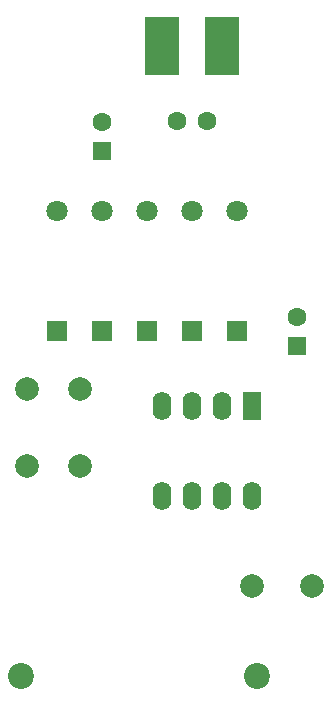
<source format=gts>
G04 #@! TF.FileFunction,Soldermask,Top*
%FSLAX46Y46*%
G04 Gerber Fmt 4.6, Leading zero omitted, Abs format (unit mm)*
G04 Created by KiCad (PCBNEW 4.0.1-stable) date 2017/05/09 18:16:20*
%MOMM*%
G01*
G04 APERTURE LIST*
%ADD10C,0.100000*%
%ADD11C,2.200000*%
%ADD12C,1.600000*%
%ADD13R,1.600000X1.600000*%
%ADD14R,3.000000X5.000000*%
%ADD15C,1.800000*%
%ADD16R,1.800000X1.800000*%
%ADD17C,2.000000*%
%ADD18R,1.600000X2.400000*%
%ADD19O,1.600000X2.400000*%
G04 APERTURE END LIST*
D10*
D11*
X130915000Y-130175000D03*
X150915000Y-130175000D03*
D12*
X144145000Y-83185000D03*
X146645000Y-83185000D03*
D13*
X137795000Y-85725000D03*
D12*
X137795000Y-83225000D03*
D13*
X154305000Y-102235000D03*
D12*
X154305000Y-99735000D03*
D14*
X142875000Y-76835000D03*
X147955000Y-76835000D03*
D15*
X133985000Y-90805000D03*
D16*
X133985000Y-100965000D03*
D15*
X137795000Y-90805000D03*
D16*
X137795000Y-100965000D03*
D15*
X141605000Y-90805000D03*
D16*
X141605000Y-100965000D03*
D15*
X149225000Y-90805000D03*
D16*
X149225000Y-100965000D03*
D15*
X145415000Y-90805000D03*
D16*
X145415000Y-100965000D03*
D17*
X155575000Y-122555000D03*
X150495000Y-122555000D03*
X135945000Y-112395000D03*
X131445000Y-112395000D03*
X135945000Y-105895000D03*
X131445000Y-105895000D03*
D18*
X150495000Y-107315000D03*
D19*
X142875000Y-114935000D03*
X147955000Y-107315000D03*
X145415000Y-114935000D03*
X145415000Y-107315000D03*
X147955000Y-114935000D03*
X142875000Y-107315000D03*
X150495000Y-114935000D03*
M02*

</source>
